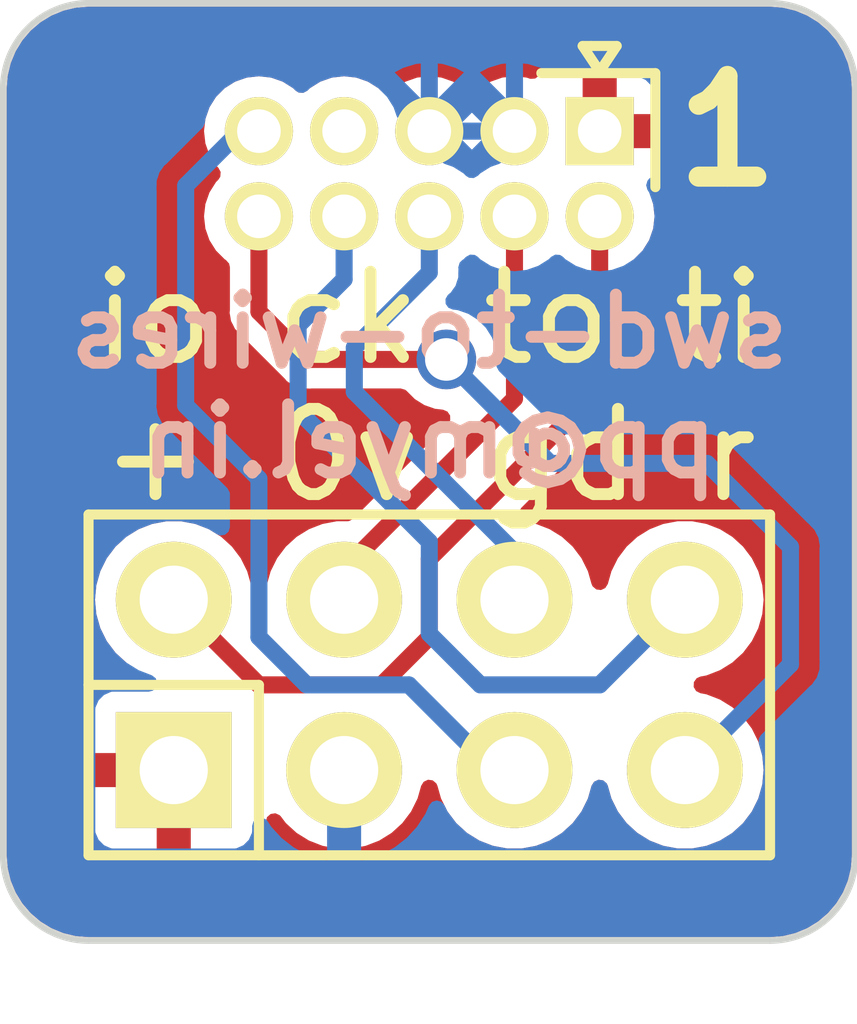
<source format=kicad_pcb>
(kicad_pcb (version 20221018) (generator pcbnew)
  (layers (0 "F.Cu" signal) (31 "B.Cu" signal) (34 "B.Paste" user) (35 "F.Paste" user) (36 "B.SilkS" user "B.Silkscreen") (37 "F.SilkS" user "F.Silkscreen") (38 "B.Mask" user) (39 "F.Mask" user) (44 "Edge.Cuts" user))
  (net 0 "")
  (net 1 "/reset")
  (net 2 "/gnddetect")
  (net 3 "/tdi")
  (net 4 "Net-(CON1-Pad7)")
  (net 5 "/vcc")
  (net 6 "/swdio")
  (net 7 "/gnd")
  (net 8 "/swclk")
  (net 9 "/tdo")
  (footprint "Pin_Headers:Pin_Header_Straight_2x04" (layer "F.Cu") (at 146.05 99.06)
    (fp_text reference "P1" hide)
    (fp_text value "CONN_02X04" hide)
    (fp_line (start -5.08 -2.54) (end -5.08 0) (stroke (width 0.15)) (layer "F.SilkS"))
    (fp_line (start -5.08 0) (end -2.54 0) (stroke (width 0.15)) (layer "F.SilkS"))
    (fp_line (start -5.08 2.54) (end -5.08 0) (stroke (width 0.15)) (layer "F.SilkS"))
    (fp_line (start -5.08 2.54) (end -2.54 2.54) (stroke (width 0.15)) (layer "F.SilkS"))
    (fp_line (start -2.54 0) (end -2.54 2.54) (stroke (width 0.15)) (layer "F.SilkS"))
    (fp_line (start -2.54 2.54) (end 5.08 2.54) (stroke (width 0.15)) (layer "F.SilkS"))
    (fp_line (start 5.08 -2.54) (end -5.08 -2.54) (stroke (width 0.15)) (layer "F.SilkS"))
    (fp_line (start 5.08 2.54) (end 5.08 -2.54) (stroke (width 0.15)) (layer "F.SilkS"))
    (pad "1" thru_hole rect (at -3.81 1.27) (size 1.7272 1.7272) (drill 1.016) (layers "*.Cu" "*.Mask" "F.SilkS") (net 5 "/vcc"))
    (pad "2" thru_hole oval (at -3.81 -1.27) (size 1.7272 1.7272) (drill 1.016) (layers "*.Cu" "*.Mask" "F.SilkS") (net 6 "/swdio"))
    (pad "3" thru_hole oval (at -1.27 1.27) (size 1.7272 1.7272) (drill 1.016) (layers "*.Cu" "*.Mask" "F.SilkS") (net 7 "/gnd"))
    (pad "4" thru_hole oval (at -1.27 -1.27) (size 1.7272 1.7272) (drill 1.016) (layers "*.Cu" "*.Mask" "F.SilkS") (net 8 "/swclk"))
    (pad "5" thru_hole oval (at 1.27 1.27) (size 1.7272 1.7272) (drill 1.016) (layers "*.Cu" "*.Mask" "F.SilkS") (net 2 "/gnddetect"))
    (pad "6" thru_hole oval (at 1.27 -1.27) (size 1.7272 1.7272) (drill 1.016) (layers "*.Cu" "*.Mask" "F.SilkS") (net 9 "/tdo"))
    (pad "7" thru_hole oval (at 3.81 1.27) (size 1.7272 1.7272) (drill 1.016) (layers "*.Cu" "*.Mask" "F.SilkS") (net 1 "/reset"))
    (pad "8" thru_hole oval (at 3.81 -1.27) (size 1.7272 1.7272) (drill 1.016) (layers "*.Cu" "*.Mask" "F.SilkS") (net 3 "/tdi"))
  )
  (footprint "myelin-kicad:pin_array_5x2_50mil" (layer "F.Cu") (at 147.32 91.44 180)
    (fp_text reference "CON1" hide)
    (fp_text value "ARM-SWD-HEADER" hide)
    (fp_line (start -2.1 -0.2) (end -2.1 1.5) (stroke (width 0.15)) (layer "F.SilkS"))
    (fp_line (start -2.1 1.5) (end -0.4 1.5) (stroke (width 0.15)) (layer "F.SilkS"))
    (fp_line (start -1.524 1.905) (end -1.143 1.905) (stroke (width 0.15)) (layer "F.SilkS"))
    (fp_line (start -1.27 1.524) (end -1.524 1.905) (stroke (width 0.15)) (layer "F.SilkS"))
    (fp_line (start -1.143 1.905) (end -1.016 1.905) (stroke (width 0.15)) (layer "F.SilkS"))
    (fp_line (start -1.016 1.905) (end -1.27 1.524) (stroke (width 0.15)) (layer "F.SilkS"))
    (pad "1" thru_hole rect (at -1.27 0.635 180) (size 1.016 1.016) (drill 0.65) (layers "*.Cu" "*.Mask" "F.SilkS") (net 5 "/vcc"))
    (pad "2" thru_hole circle (at -1.27 -0.635 180) (size 1.016 1.016) (drill 0.65) (layers "*.Cu" "*.Mask" "F.SilkS") (net 6 "/swdio"))
    (pad "3" thru_hole circle (at 0 0.635 180) (size 1.016 1.016) (drill 0.65) (layers "*.Cu" "*.Mask" "F.SilkS") (net 7 "/gnd"))
    (pad "4" thru_hole circle (at 0 -0.635 180) (size 1.016 1.016) (drill 0.65) (layers "*.Cu" "*.Mask" "F.SilkS") (net 8 "/swclk"))
    (pad "5" thru_hole circle (at 1.27 0.635 180) (size 1.016 1.016) (drill 0.65) (layers "*.Cu" "*.Mask" "F.SilkS") (net 7 "/gnd"))
    (pad "6" thru_hole circle (at 1.27 -0.635 180) (size 1.016 1.016) (drill 0.65) (layers "*.Cu" "*.Mask" "F.SilkS") (net 9 "/tdo"))
    (pad "7" thru_hole circle (at 2.54 0.635 180) (size 1.016 1.016) (drill 0.65) (layers "*.Cu" "*.Mask" "F.SilkS") (net 4 "Net-(CON1-Pad7)"))
    (pad "8" thru_hole circle (at 2.54 -0.635 180) (size 1.016 1.016) (drill 0.65) (layers "*.Cu" "*.Mask" "F.SilkS") (net 3 "/tdi"))
    (pad "9" thru_hole circle (at 3.81 0.635 180) (size 1.016 1.016) (drill 0.65) (layers "*.Cu" "*.Mask" "F.SilkS") (net 2 "/gnddetect"))
    (pad "10" thru_hole circle (at 3.81 -0.635 180) (size 1.016 1.016) (drill 0.65) (layers "*.Cu" "*.Mask" "F.SilkS") (net 1 "/reset"))
  )
  (gr_line (start 152.4 90.17) (end 152.4 101.6) (stroke (width 0.1)) (layer "Edge.Cuts"))
  (gr_arc (start 151.13 88.9) (mid 152.028026 89.271974) (end 152.4 90.17) (stroke (width 0.1)) (layer "Edge.Cuts"))
  (gr_line (start 139.7 101.6) (end 139.7 90.17) (stroke (width 0.1)) (layer "Edge.Cuts"))
  (gr_line (start 140.97 88.9) (end 151.13 88.9) (stroke (width 0.1)) (layer "Edge.Cuts"))
  (gr_arc (start 139.7 90.17) (mid 140.071974 89.271974) (end 140.97 88.9) (stroke (width 0.1)) (layer "Edge.Cuts"))
  (gr_line (start 151.13 102.87) (end 140.97 102.87) (stroke (width 0.1)) (layer "Edge.Cuts"))
  (gr_arc (start 140.97 102.87) (mid 140.071974 102.498026) (end 139.7 101.6) (stroke (width 0.1)) (layer "Edge.Cuts"))
  (gr_arc (start 152.4 101.6) (mid 152.028026 102.498026) (end 151.13 102.87) (stroke (width 0.1)) (layer "Edge.Cuts"))
  (gr_text "swd-to-wires\npp@myel.in" (at 146.05 94.615) (layer "B.SilkS") (effects (font (size 1.016 1.016) (thickness 0.1778)) (justify mirror)))
  (gr_text "1" (at 150.495 90.805) (layer "F.SilkS") (effects (font (size 1.5 1.5) (thickness 0.3))))
  (gr_text "io ck to ti\n+ 0v gd r" (at 146.05 94.615) (layer "F.SilkS") (effects (font (size 1.27 1.27) (thickness 0.1778))))
  (segment (start 143.51 93.4974) (end 144.2212 94.2086) (width 0.254) (layer "F.Cu") (net 1))
  (segment (start 144.2212 94.2086) (end 146.304 94.2086) (width 0.254) (layer "F.Cu") (net 1))
  (segment (start 143.51 92.075) (end 143.51 93.4974) (width 0.254) (layer "F.Cu") (net 1))
  (via (at 146.304 94.2086) (size 0.889) (drill 0.635) (layers "F.Cu" "B.Cu") (net 1))
  (segment (start 146.304 94.2086) (end 147.8534 95.758) (width 0.254) (layer "B.Cu") (net 1))
  (segment (start 147.8534 95.758) (end 150.1902 95.758) (width 0.254) (layer "B.Cu") (net 1))
  (segment (start 150.1902 95.758) (end 151.4348 97.0026) (width 0.254) (layer "B.Cu") (net 1))
  (segment (start 151.4348 97.0026) (end 151.4348 98.7552) (width 0.254) (layer "B.Cu") (net 1))
  (segment (start 151.4348 98.7552) (end 149.86 100.33) (width 0.254) (layer "B.Cu") (net 1))
  (segment (start 143.2306 90.805) (end 142.4178 91.6178) (width 0.254) (layer "B.Cu") (net 2))
  (segment (start 142.4178 91.6178) (end 142.4178 94.8944) (width 0.254) (layer "B.Cu") (net 2))
  (segment (start 142.4178 94.8944) (end 143.51 95.9866) (width 0.254) (layer "B.Cu") (net 2))
  (segment (start 143.51 95.9866) (end 143.51 98.3488) (width 0.254) (layer "B.Cu") (net 2))
  (segment (start 143.51 98.3488) (end 144.2212 99.06) (width 0.254) (layer "B.Cu") (net 2))
  (segment (start 144.2212 99.06) (end 145.7452 99.06) (width 0.254) (layer "B.Cu") (net 2))
  (segment (start 145.7452 99.06) (end 147.0152 100.33) (width 0.254) (layer "B.Cu") (net 2))
  (segment (start 147.0152 100.33) (end 147.32 100.33) (width 0.254) (layer "B.Cu") (net 2))
  (segment (start 143.51 90.805) (end 143.2306 90.805) (width 0.254) (layer "B.Cu") (net 2))
  (segment (start 146.05 98.298) (end 146.812 99.06) (width 0.254) (layer "B.Cu") (net 3))
  (segment (start 146.812 99.06) (end 148.59 99.06) (width 0.254) (layer "B.Cu") (net 3))
  (segment (start 148.59 99.06) (end 149.86 97.79) (width 0.254) (layer "B.Cu") (net 3))
  (segment (start 144.78 93.0148) (end 144.0942 93.7006) (width 0.254) (layer "B.Cu") (net 3))
  (segment (start 144.0942 93.7006) (end 144.0942 94.9706) (width 0.254) (layer "B.Cu") (net 3))
  (segment (start 144.0942 94.9706) (end 146.05 96.9264) (width 0.254) (layer "B.Cu") (net 3))
  (segment (start 146.05 96.9264) (end 146.05 98.298) (width 0.254) (layer "B.Cu") (net 3))
  (segment (start 144.78 92.075) (end 144.78 93.0148) (width 0.254) (layer "B.Cu") (net 3))
  (segment (start 146.05 98.3488) (end 145.3388 99.06) (width 0.254) (layer "F.Cu") (net 6))
  (segment (start 145.3388 99.06) (end 143.51 99.06) (width 0.254) (layer "F.Cu") (net 6))
  (segment (start 143.51 99.06) (end 142.24 97.79) (width 0.254) (layer "F.Cu") (net 6))
  (segment (start 148.59 94.6404) (end 146.05 97.1804) (width 0.254) (layer "F.Cu") (net 6))
  (segment (start 146.05 97.1804) (end 146.05 98.3488) (width 0.254) (layer "F.Cu") (net 6))
  (segment (start 148.59 92.075) (end 148.59 94.6404) (width 0.254) (layer "F.Cu") (net 6))
  (segment (start 146.05 90.805) (end 147.32 90.805) (width 0.254) (layer "B.Cu") (net 7))
  (segment (start 147.32 90.805) (end 147.32 89.535) (width 0.254) (layer "B.Cu") (net 7))
  (segment (start 146.05 90.805) (end 146.05 89.5096) (width 0.254) (layer "B.Cu") (net 7))
  (segment (start 147.32 94.7928) (end 144.78 97.3328) (width 0.254) (layer "F.Cu") (net 8))
  (segment (start 144.78 97.3328) (end 144.78 97.79) (width 0.254) (layer "F.Cu") (net 8))
  (segment (start 147.32 92.075) (end 147.32 94.7928) (width 0.254) (layer "F.Cu") (net 8))
  (segment (start 146.05 92.9132) (end 144.9324 94.0308) (width 0.254) (layer "B.Cu") (net 9))
  (segment (start 144.9324 94.0308) (end 144.9324 94.6912) (width 0.254) (layer "B.Cu") (net 9))
  (segment (start 144.9324 94.6912) (end 147.32 97.0788) (width 0.254) (layer "B.Cu") (net 9))
  (segment (start 147.32 97.0788) (end 147.32 97.79) (width 0.254) (layer "B.Cu") (net 9))
  (segment (start 146.05 92.075) (end 146.05 92.9132) (width 0.254) (layer "B.Cu") (net 9))
  (zone (net 5) (net_name "/vcc") (layer "F.Cu") (connect_pads (clearance 0.3048)) (min_thickness 0.254) (fill yes (thermal_gap 0.508) (thermal_bridge_width 0.508))
    (polygon (pts (xy 152.4 104.14) (xy 139.7 104.14) (xy 139.7 88.9) (xy 152.4 88.9)))
  )
  (zone (net 7) (net_name "/gnd") (layer "B.Cu") (connect_pads (clearance 0.3048)) (min_thickness 0.254) (fill yes (thermal_gap 0.508) (thermal_bridge_width 0.508))
    (polygon (pts (xy 152.4 104.14) (xy 139.7 104.14) (xy 139.7 88.9) (xy 152.4 88.9)))
  )
)
</source>
